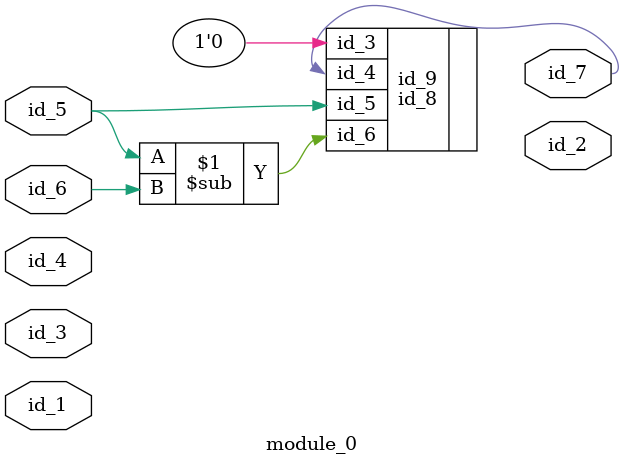
<source format=v>
module module_0 (
    id_1,
    id_2,
    id_3,
    id_4,
    id_5,
    id_6,
    id_7
);
  output id_7;
  input id_6;
  input id_5;
  input id_4;
  input id_3;
  output id_2;
  input id_1;
  id_8 id_9 (
      .id_4(id_7),
      .id_3(1'd0),
      .id_6(id_5 - id_6),
      .id_5(id_5)
  );
endmodule

</source>
